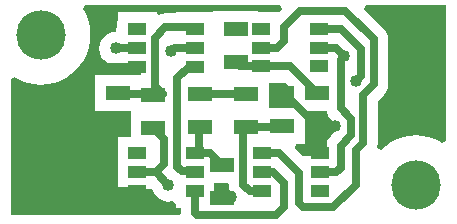
<source format=gtl>
%FSLAX25Y25*%
%MOIN*%
G70*
G01*
G75*
G04 Layer_Physical_Order=1*
G04 Layer_Color=255*
%ADD10R,0.08000X0.05000*%
%ADD11R,0.05906X0.03937*%
%ADD12C,0.02500*%
%ADD13C,0.16500*%
%ADD14C,0.04000*%
G36*
X607872Y561760D02*
X608211Y560943D01*
X608351Y560604D01*
X609112Y559612D01*
X611209Y557515D01*
Y555984D01*
X609112Y553888D01*
X608351Y552895D01*
X607872Y551740D01*
X607709Y550500D01*
Y547169D01*
X599606D01*
X597061Y549714D01*
X597635Y551100D01*
X600500D01*
Y562100D01*
X607828D01*
X607872Y561760D01*
D02*
G37*
G36*
X575209Y537500D02*
X575209Y537500D01*
D01*
X575372Y536260D01*
X575711Y535443D01*
X575851Y535105D01*
X576612Y534112D01*
X576612Y534112D01*
X576612Y534112D01*
X577048Y533677D01*
X576474Y532291D01*
X570353D01*
Y536232D01*
Y538000D01*
X574709D01*
X575209Y537500D01*
D02*
G37*
G36*
X647500Y552254D02*
X646177Y551546D01*
X645768Y551820D01*
X643828Y552777D01*
X641780Y553472D01*
X639658Y553894D01*
X637500Y554035D01*
X635342Y553894D01*
X633220Y553472D01*
X631172Y552777D01*
X629232Y551820D01*
X627434Y550618D01*
X625808Y549192D01*
X625769Y549148D01*
X624495Y549940D01*
X624628Y550260D01*
X624791Y551500D01*
Y565516D01*
X626888Y567612D01*
X627649Y568605D01*
X628128Y569760D01*
X628291Y571000D01*
Y586000D01*
X628128Y587240D01*
X627649Y588396D01*
X626888Y589388D01*
X620161Y596114D01*
X620735Y597500D01*
X647500D01*
Y552254D01*
D02*
G37*
G36*
X592839Y596114D02*
X591791Y595067D01*
X586620D01*
X586021Y595146D01*
X585421Y595067D01*
X585000D01*
Y595400D01*
X570000D01*
Y594968D01*
X557427D01*
Y594791D01*
X554000D01*
X552760Y594628D01*
X551605Y594149D01*
X551053Y594968D01*
Y594968D01*
X538147D01*
Y593464D01*
X537500Y588548D01*
X536064Y588358D01*
X534726Y587804D01*
X533577Y586923D01*
X532696Y585774D01*
X532142Y584436D01*
X531952Y583000D01*
X532142Y581564D01*
X532696Y580226D01*
X533577Y579077D01*
X534726Y578196D01*
X536064Y577642D01*
X537500Y577453D01*
X538936Y577642D01*
X539153Y577732D01*
X545709D01*
Y574000D01*
X545600D01*
Y574000D01*
X530600D01*
Y562000D01*
X542400D01*
Y561500D01*
Y553469D01*
X538168D01*
Y542531D01*
Y536232D01*
X549492D01*
X549639Y536086D01*
X549642Y536064D01*
X550196Y534726D01*
X551077Y533577D01*
X552226Y532696D01*
X553564Y532142D01*
X555000Y531952D01*
X556320Y532126D01*
X557447Y531137D01*
Y529933D01*
X559109D01*
Y528100D01*
X558583Y527500D01*
X502500D01*
Y572746D01*
X503823Y573454D01*
X504232Y573180D01*
X506172Y572223D01*
X508220Y571528D01*
X510342Y571106D01*
X512500Y570965D01*
X514658Y571106D01*
X516780Y571528D01*
X518828Y572223D01*
X520768Y573180D01*
X522566Y574382D01*
X524192Y575808D01*
X525618Y577434D01*
X526820Y579232D01*
X527777Y581172D01*
X528472Y583220D01*
X528894Y585342D01*
X529035Y587500D01*
X528894Y589658D01*
X528472Y591780D01*
X527777Y593828D01*
X526820Y595768D01*
X526546Y596177D01*
X527254Y597500D01*
X592265D01*
X592839Y596114D01*
D02*
G37*
G36*
X592473Y571531D02*
X594193Y571531D01*
X597000Y568724D01*
Y563100D01*
X588500D01*
Y571531D01*
X592473D01*
Y571531D01*
D02*
G37*
D10*
X604500Y568100D02*
D03*
Y557100D02*
D03*
X577500Y578400D02*
D03*
Y589400D02*
D03*
X593000Y557100D02*
D03*
Y568100D02*
D03*
X581000Y556900D02*
D03*
Y567900D02*
D03*
X573000Y544000D02*
D03*
Y533000D02*
D03*
X565500Y556900D02*
D03*
Y567900D02*
D03*
X538100Y568000D02*
D03*
Y557000D02*
D03*
X549900Y567500D02*
D03*
Y556500D02*
D03*
D11*
X605300Y577000D02*
D03*
Y583299D02*
D03*
Y589598D02*
D03*
X586021Y577000D02*
D03*
Y589598D02*
D03*
Y583299D02*
D03*
X586121Y541701D02*
D03*
Y548000D02*
D03*
Y535402D02*
D03*
X605400Y548000D02*
D03*
Y541701D02*
D03*
Y535402D02*
D03*
X544621Y548000D02*
D03*
Y541701D02*
D03*
Y535402D02*
D03*
X563900Y548000D02*
D03*
Y535402D02*
D03*
Y541701D02*
D03*
X563879Y583200D02*
D03*
Y576901D02*
D03*
Y589499D02*
D03*
X544600Y576901D02*
D03*
Y583200D02*
D03*
Y589499D02*
D03*
D12*
X604400Y557100D02*
X610500D01*
X565500Y567900D02*
X581000D01*
X623500Y571000D02*
Y586000D01*
X614000Y595500D02*
X623500Y586000D01*
X617500Y549000D02*
X620000Y551500D01*
X599000Y595500D02*
X614000D01*
X620000Y551500D02*
Y567500D01*
X623500Y571000D01*
X612396Y589598D02*
X619268Y582726D01*
Y573768D02*
Y582726D01*
X617500Y572000D02*
X619268Y573768D01*
X605300Y589598D02*
X612396D01*
X617500Y537500D02*
Y549000D01*
X610000Y530000D02*
X617500Y537500D01*
X600000Y530000D02*
X610000D01*
X612500Y563000D02*
X616000Y559500D01*
Y554000D02*
Y559500D01*
X610902Y583299D02*
X613701Y580500D01*
X612500Y579299D02*
X613701Y580500D01*
X612500Y563000D02*
Y579299D01*
Y543201D02*
Y550500D01*
X611000Y541701D02*
X612500Y543201D01*
Y550500D02*
X616000Y554000D01*
X593400Y568100D02*
X604400Y557100D01*
X593000Y568100D02*
X593400D01*
X578900Y577000D02*
X595500D01*
X577500Y578400D02*
X578900Y577000D01*
X593500Y590000D02*
X599000Y595500D01*
X592000Y548000D02*
X598500Y541500D01*
X586121Y548000D02*
X592000D01*
X598500Y531500D02*
Y541500D01*
Y531500D02*
X600000Y530000D01*
X593500Y585500D02*
Y590000D01*
X591299Y583299D02*
X593500Y585500D01*
X586021Y583299D02*
X591299D01*
X564500Y527500D02*
X591000D01*
X593500Y530000D02*
Y538000D01*
X591000Y527500D02*
X593500Y530000D01*
X586121Y541701D02*
X589799D01*
X593500Y538000D01*
X580000Y537500D02*
X582098Y535402D01*
X580000Y537500D02*
Y555900D01*
X581000Y556900D01*
X582098Y535402D02*
X586121D01*
X585522Y536000D02*
X586121Y535402D01*
X604500Y548900D02*
X605400Y548000D01*
X604500Y548900D02*
Y557100D01*
X592800Y556900D02*
X593000Y557100D01*
X581000Y556900D02*
X592800D01*
X550500Y570500D02*
X553300Y567700D01*
X550500Y586500D02*
X554000Y590000D01*
X563379D01*
X563879Y589499D01*
X550500Y570500D02*
Y586500D01*
X557200Y583200D02*
X563879D01*
X556000Y582000D02*
X557200Y583200D01*
X538400Y567700D02*
X553300D01*
X538100Y568000D02*
X538400Y567700D01*
X604400Y568100D02*
X604500D01*
X595500Y577000D02*
X604400Y568100D01*
X563900Y548000D02*
X565200Y549300D01*
X561901Y576901D02*
X563879D01*
X558000Y573000D02*
X561901Y576901D01*
X558000Y558000D02*
Y573000D01*
Y544500D02*
Y558000D01*
Y543500D02*
Y544500D01*
Y543500D02*
X559500Y542000D01*
X563601D01*
X563900Y541701D01*
Y528100D02*
Y535402D01*
Y528100D02*
X564500Y527500D01*
X563900Y548000D02*
X569000D01*
X573000Y544000D01*
X565200Y549300D02*
Y556900D01*
X537700Y583200D02*
X544600D01*
X537500Y583000D02*
X537700Y583200D01*
X531401Y576901D02*
X544600D01*
X527500Y573000D02*
X531401Y576901D01*
X544621Y541701D02*
X550799D01*
X555000Y537500D01*
X536098Y535402D02*
X544621D01*
X534500Y537000D02*
X536098Y535402D01*
X550799Y541701D02*
X553500Y544402D01*
X549900Y556500D02*
X553500Y552900D01*
Y544402D02*
Y552900D01*
X605300Y583299D02*
X610902D01*
X605400Y541701D02*
X611000D01*
D13*
X512500Y587500D02*
D03*
X637500Y537500D02*
D03*
D14*
X556000Y582000D02*
D03*
X586021Y589598D02*
D03*
X537500Y583000D02*
D03*
X527500Y573000D02*
D03*
X555000Y537500D02*
D03*
X534500Y537000D02*
D03*
Y554500D02*
D03*
X576000Y533500D02*
D03*
X610500Y557100D02*
D03*
X577500Y589400D02*
D03*
X617500Y572000D02*
D03*
X613701Y580500D02*
D03*
X565500Y567900D02*
D03*
M02*

</source>
